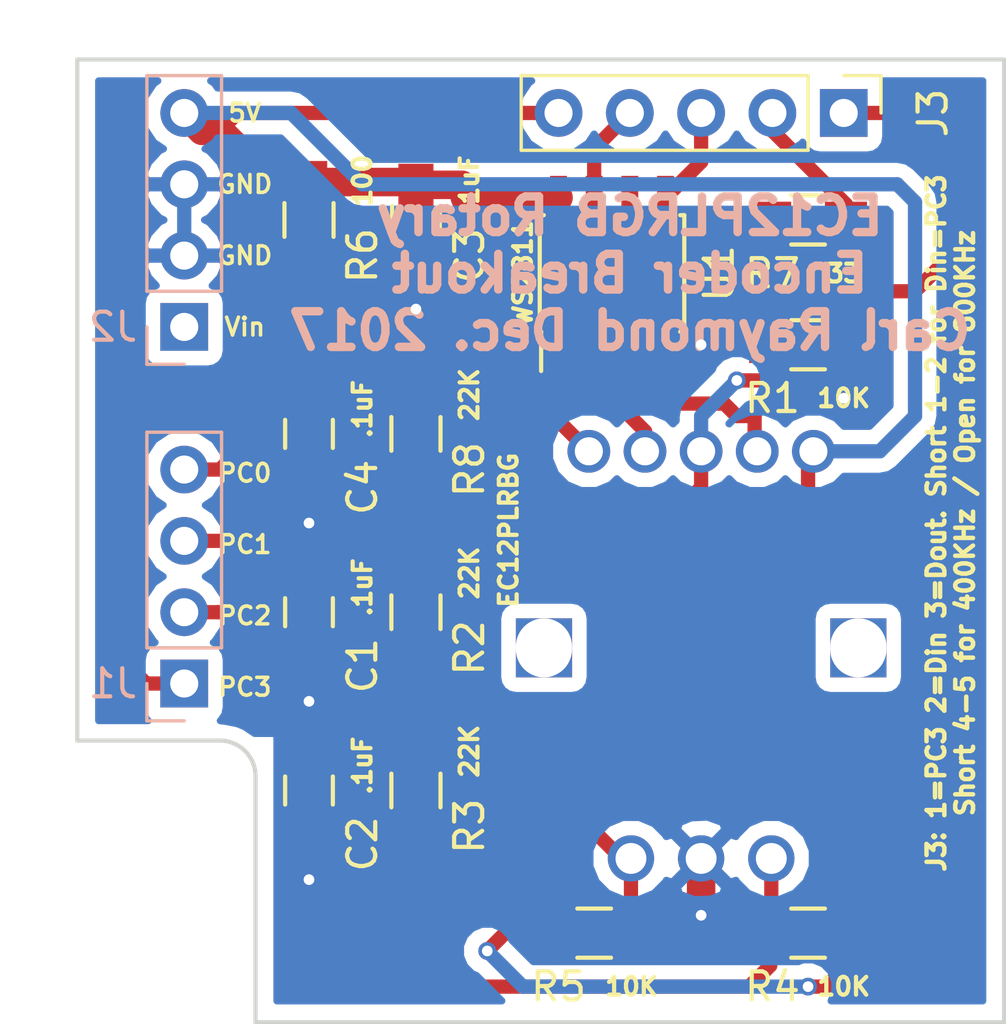
<source format=kicad_pcb>
(kicad_pcb (version 4) (host pcbnew 4.0.7)

  (general
    (links 35)
    (no_connects 0)
    (area 106.921 51.041 142.950001 87.705001)
    (thickness 1.6)
    (drawings 17)
    (tracks 134)
    (zones 0)
    (modules 17)
    (nets 19)
  )

  (page A4)
  (layers
    (0 F.Cu signal)
    (31 B.Cu signal)
    (32 B.Adhes user hide)
    (33 F.Adhes user hide)
    (34 B.Paste user)
    (35 F.Paste user)
    (36 B.SilkS user)
    (37 F.SilkS user)
    (38 B.Mask user)
    (39 F.Mask user)
    (40 Dwgs.User user)
    (41 Cmts.User user)
    (42 Eco1.User user)
    (43 Eco2.User user)
    (44 Edge.Cuts user)
    (45 Margin user)
    (46 B.CrtYd user)
    (47 F.CrtYd user)
    (48 B.Fab user)
    (49 F.Fab user)
  )

  (setup
    (last_trace_width 0.508)
    (user_trace_width 0.508)
    (user_trace_width 1.016)
    (trace_clearance 0.254)
    (zone_clearance 0.508)
    (zone_45_only yes)
    (trace_min 0.2)
    (segment_width 0.2)
    (edge_width 0.15)
    (via_size 0.635)
    (via_drill 0.381)
    (via_min_size 0.4)
    (via_min_drill 0.3)
    (uvia_size 0.3)
    (uvia_drill 0.1)
    (uvias_allowed no)
    (uvia_min_size 0.2)
    (uvia_min_drill 0.1)
    (pcb_text_width 0.3)
    (pcb_text_size 1.5 1.5)
    (mod_edge_width 0.15)
    (mod_text_size 1 1)
    (mod_text_width 0.15)
    (pad_size 1.7 1.7)
    (pad_drill 1)
    (pad_to_mask_clearance 0.2)
    (aux_axis_origin 103.505 79.375)
    (visible_elements FFFFEF7F)
    (pcbplotparams
      (layerselection 0x010f0_80000001)
      (usegerberextensions false)
      (excludeedgelayer true)
      (linewidth 0.100000)
      (plotframeref false)
      (viasonmask false)
      (mode 1)
      (useauxorigin false)
      (hpglpennumber 1)
      (hpglpenspeed 20)
      (hpglpendiameter 15)
      (hpglpenoverlay 2)
      (psnegative false)
      (psa4output false)
      (plotreference true)
      (plotvalue true)
      (plotinvisibletext false)
      (padsonsilk false)
      (subtractmaskfromsilk false)
      (outputformat 1)
      (mirror false)
      (drillshape 0)
      (scaleselection 1)
      (outputdirectory gerber/))
  )

  (net 0 "")
  (net 1 "Net-(C1-Pad1)")
  (net 2 GND)
  (net 3 "Net-(C2-Pad1)")
  (net 4 +5V)
  (net 5 "Net-(R2-Pad1)")
  (net 6 "Net-(R3-Pad1)")
  (net 7 "Net-(SW1-Pad2)")
  (net 8 "Net-(SW1-Pad1)")
  (net 9 "Net-(SW1-Pad4)")
  (net 10 "Net-(C3-Pad2)")
  (net 11 "Net-(C4-Pad1)")
  (net 12 "Net-(R1-Pad1)")
  (net 13 "Net-(R7-Pad1)")
  (net 14 "Net-(J3-Pad2)")
  (net 15 "Net-(J1-Pad1)")
  (net 16 "Net-(J2-Pad1)")
  (net 17 "Net-(J3-Pad4)")
  (net 18 "Net-(J3-Pad3)")

  (net_class Default "This is the default net class."
    (clearance 0.254)
    (trace_width 0.508)
    (via_dia 0.635)
    (via_drill 0.381)
    (uvia_dia 0.3)
    (uvia_drill 0.1)
    (add_net +5V)
    (add_net GND)
    (add_net "Net-(C1-Pad1)")
    (add_net "Net-(C2-Pad1)")
    (add_net "Net-(C3-Pad2)")
    (add_net "Net-(C4-Pad1)")
    (add_net "Net-(J1-Pad1)")
    (add_net "Net-(J2-Pad1)")
    (add_net "Net-(J3-Pad2)")
    (add_net "Net-(J3-Pad3)")
    (add_net "Net-(J3-Pad4)")
    (add_net "Net-(R1-Pad1)")
    (add_net "Net-(R2-Pad1)")
    (add_net "Net-(R3-Pad1)")
    (add_net "Net-(R7-Pad1)")
    (add_net "Net-(SW1-Pad1)")
    (add_net "Net-(SW1-Pad2)")
    (add_net "Net-(SW1-Pad4)")
  )

  (net_class Power ""
    (clearance 0.254)
    (trace_width 1.016)
    (via_dia 1.27)
    (via_drill 0.381)
    (uvia_dia 0.3)
    (uvia_drill 0.1)
  )

  (module lib_fp:EC12PLRGB_Rotary_Encoder (layer F.Cu) (tedit 5A46E4C3) (tstamp 5A221B47)
    (at 132.08 74.295)
    (path /5A2214F0)
    (fp_text reference SW1 (at 8.495 0 90) (layer F.SilkS) hide
      (effects (font (size 1 1) (thickness 0.15)))
    )
    (fp_text value EC12PLRBG (at -6.858 -4.191 90) (layer F.SilkS)
      (effects (font (size 0.635 0.635) (thickness 0.15)))
    )
    (fp_line (start -6.223 6.604) (end 6.223 6.604) (layer F.CrtYd) (width 0.15))
    (fp_line (start -6.223 -6.604) (end -6.223 6.604) (layer F.CrtYd) (width 0.15))
    (fp_line (start 6.223 -6.604) (end -6.223 -6.604) (layer F.CrtYd) (width 0.15))
    (fp_line (start 6.223 -6.604) (end 6.223 6.604) (layer F.CrtYd) (width 0.15))
    (fp_line (start 6.223 6.604) (end 6.223 -6.604) (layer F.CrtYd) (width 0.15))
    (pad 3 thru_hole circle (at 0 -7) (size 1.524 1.524) (drill 1) (layers *.Cu *.Mask)
      (net 12 "Net-(R1-Pad1)"))
    (pad 2 thru_hole circle (at -2 -7) (size 1.524 1.524) (drill 1) (layers *.Cu *.Mask)
      (net 7 "Net-(SW1-Pad2)"))
    (pad 1 thru_hole circle (at -4 -7) (size 1.524 1.524) (drill 1) (layers *.Cu *.Mask)
      (net 8 "Net-(SW1-Pad1)"))
    (pad 4 thru_hole circle (at 2 -7) (size 1.524 1.524) (drill 1) (layers *.Cu *.Mask)
      (net 9 "Net-(SW1-Pad4)"))
    (pad 5 thru_hole circle (at 4 -7) (size 1.524 1.524) (drill 1) (layers *.Cu *.Mask)
      (net 4 +5V))
    (pad C thru_hole circle (at 0 7.5) (size 1.65 1.65) (drill 1.1) (layers *.Cu *.Mask)
      (net 2 GND))
    (pad A thru_hole circle (at -2.5 7.5) (size 1.65 1.65) (drill 1.1) (layers *.Cu *.Mask)
      (net 5 "Net-(R2-Pad1)"))
    (pad B thru_hole circle (at 2.5 7.5) (size 1.65 1.65) (drill 1.1) (layers *.Cu *.Mask)
      (net 6 "Net-(R3-Pad1)"))
    (pad "" np_thru_hole rect (at -5.6 0) (size 2 2.1) (drill oval 2 2.1) (layers *.Cu *.Mask))
    (pad "" np_thru_hole rect (at 5.6 0) (size 2 2.1) (drill oval 2 2.1) (layers *.Cu *.Mask))
  )

  (module lib_fp:C_0805_HandSoldering (layer F.Cu) (tedit 5A28DE31) (tstamp 5A2DF03E)
    (at 118.11 73.025 270)
    (descr "Capacitor SMD 0805, hand soldering")
    (tags "capacitor 0805")
    (path /5A221690)
    (attr smd)
    (fp_text reference C1 (at 1.905 -1.905 270) (layer F.SilkS)
      (effects (font (size 1 1) (thickness 0.15)))
    )
    (fp_text value .1uF (at -0.889 -1.905 270) (layer F.SilkS)
      (effects (font (size 0.635 0.635) (thickness 0.15)))
    )
    (fp_line (start -1 0.625) (end -1 -0.625) (layer F.Fab) (width 0.15))
    (fp_line (start 1 0.625) (end -1 0.625) (layer F.Fab) (width 0.15))
    (fp_line (start 1 -0.625) (end 1 0.625) (layer F.Fab) (width 0.15))
    (fp_line (start -1 -0.625) (end 1 -0.625) (layer F.Fab) (width 0.15))
    (fp_line (start -2.3 -1) (end 2.3 -1) (layer F.CrtYd) (width 0.05))
    (fp_line (start -2.3 1) (end 2.3 1) (layer F.CrtYd) (width 0.05))
    (fp_line (start -2.3 -1) (end -2.3 1) (layer F.CrtYd) (width 0.05))
    (fp_line (start 2.3 -1) (end 2.3 1) (layer F.CrtYd) (width 0.05))
    (fp_line (start 0.5 -0.85) (end -0.5 -0.85) (layer F.SilkS) (width 0.15))
    (fp_line (start -0.5 0.85) (end 0.5 0.85) (layer F.SilkS) (width 0.15))
    (pad 1 smd rect (at -1.25 0 270) (size 1.5 1.25) (layers F.Cu F.Paste F.Mask)
      (net 1 "Net-(C1-Pad1)"))
    (pad 2 smd rect (at 1.25 0 270) (size 1.5 1.25) (layers F.Cu F.Paste F.Mask)
      (net 2 GND))
    (model Capacitors_SMD.3dshapes/C_0805.wrl
      (at (xyz 0 0 0))
      (scale (xyz 1 1 1))
      (rotate (xyz 0 0 0))
    )
  )

  (module lib_fp:C_0805_HandSoldering (layer F.Cu) (tedit 5A28DE31) (tstamp 5A2DF04D)
    (at 118.11 79.375 270)
    (descr "Capacitor SMD 0805, hand soldering")
    (tags "capacitor 0805")
    (path /5A2216CB)
    (attr smd)
    (fp_text reference C2 (at 1.905 -1.905 270) (layer F.SilkS)
      (effects (font (size 1 1) (thickness 0.15)))
    )
    (fp_text value .1uF (at -0.889 -1.905 270) (layer F.SilkS)
      (effects (font (size 0.635 0.635) (thickness 0.15)))
    )
    (fp_line (start -1 0.625) (end -1 -0.625) (layer F.Fab) (width 0.15))
    (fp_line (start 1 0.625) (end -1 0.625) (layer F.Fab) (width 0.15))
    (fp_line (start 1 -0.625) (end 1 0.625) (layer F.Fab) (width 0.15))
    (fp_line (start -1 -0.625) (end 1 -0.625) (layer F.Fab) (width 0.15))
    (fp_line (start -2.3 -1) (end 2.3 -1) (layer F.CrtYd) (width 0.05))
    (fp_line (start -2.3 1) (end 2.3 1) (layer F.CrtYd) (width 0.05))
    (fp_line (start -2.3 -1) (end -2.3 1) (layer F.CrtYd) (width 0.05))
    (fp_line (start 2.3 -1) (end 2.3 1) (layer F.CrtYd) (width 0.05))
    (fp_line (start 0.5 -0.85) (end -0.5 -0.85) (layer F.SilkS) (width 0.15))
    (fp_line (start -0.5 0.85) (end 0.5 0.85) (layer F.SilkS) (width 0.15))
    (pad 1 smd rect (at -1.25 0 270) (size 1.5 1.25) (layers F.Cu F.Paste F.Mask)
      (net 3 "Net-(C2-Pad1)"))
    (pad 2 smd rect (at 1.25 0 270) (size 1.5 1.25) (layers F.Cu F.Paste F.Mask)
      (net 2 GND))
    (model Capacitors_SMD.3dshapes/C_0805.wrl
      (at (xyz 0 0 0))
      (scale (xyz 1 1 1))
      (rotate (xyz 0 0 0))
    )
  )

  (module lib_fp:C_0805_HandSoldering (layer F.Cu) (tedit 5A28DE31) (tstamp 5A2DF05C)
    (at 121.92 59.055 90)
    (descr "Capacitor SMD 0805, hand soldering")
    (tags "capacitor 0805")
    (path /5A22280E)
    (attr smd)
    (fp_text reference C3 (at -1.27 1.905 90) (layer F.SilkS)
      (effects (font (size 1 1) (thickness 0.15)))
    )
    (fp_text value .1uF (at 1.27 1.905 90) (layer F.SilkS)
      (effects (font (size 0.635 0.635) (thickness 0.15)))
    )
    (fp_line (start -1 0.625) (end -1 -0.625) (layer F.Fab) (width 0.15))
    (fp_line (start 1 0.625) (end -1 0.625) (layer F.Fab) (width 0.15))
    (fp_line (start 1 -0.625) (end 1 0.625) (layer F.Fab) (width 0.15))
    (fp_line (start -1 -0.625) (end 1 -0.625) (layer F.Fab) (width 0.15))
    (fp_line (start -2.3 -1) (end 2.3 -1) (layer F.CrtYd) (width 0.05))
    (fp_line (start -2.3 1) (end 2.3 1) (layer F.CrtYd) (width 0.05))
    (fp_line (start -2.3 -1) (end -2.3 1) (layer F.CrtYd) (width 0.05))
    (fp_line (start 2.3 -1) (end 2.3 1) (layer F.CrtYd) (width 0.05))
    (fp_line (start 0.5 -0.85) (end -0.5 -0.85) (layer F.SilkS) (width 0.15))
    (fp_line (start -0.5 0.85) (end 0.5 0.85) (layer F.SilkS) (width 0.15))
    (pad 1 smd rect (at -1.25 0 90) (size 1.5 1.25) (layers F.Cu F.Paste F.Mask)
      (net 2 GND))
    (pad 2 smd rect (at 1.25 0 90) (size 1.5 1.25) (layers F.Cu F.Paste F.Mask)
      (net 10 "Net-(C3-Pad2)"))
    (model Capacitors_SMD.3dshapes/C_0805.wrl
      (at (xyz 0 0 0))
      (scale (xyz 1 1 1))
      (rotate (xyz 0 0 0))
    )
  )

  (module lib_fp:C_0805_HandSoldering (layer F.Cu) (tedit 5A28DE31) (tstamp 5A2DF06B)
    (at 118.11 66.675 270)
    (descr "Capacitor SMD 0805, hand soldering")
    (tags "capacitor 0805")
    (path /5A233F5E)
    (attr smd)
    (fp_text reference C4 (at 1.905 -1.905 270) (layer F.SilkS)
      (effects (font (size 1 1) (thickness 0.15)))
    )
    (fp_text value .1uF (at -0.889 -1.905 270) (layer F.SilkS)
      (effects (font (size 0.635 0.635) (thickness 0.15)))
    )
    (fp_line (start -1 0.625) (end -1 -0.625) (layer F.Fab) (width 0.15))
    (fp_line (start 1 0.625) (end -1 0.625) (layer F.Fab) (width 0.15))
    (fp_line (start 1 -0.625) (end 1 0.625) (layer F.Fab) (width 0.15))
    (fp_line (start -1 -0.625) (end 1 -0.625) (layer F.Fab) (width 0.15))
    (fp_line (start -2.3 -1) (end 2.3 -1) (layer F.CrtYd) (width 0.05))
    (fp_line (start -2.3 1) (end 2.3 1) (layer F.CrtYd) (width 0.05))
    (fp_line (start -2.3 -1) (end -2.3 1) (layer F.CrtYd) (width 0.05))
    (fp_line (start 2.3 -1) (end 2.3 1) (layer F.CrtYd) (width 0.05))
    (fp_line (start 0.5 -0.85) (end -0.5 -0.85) (layer F.SilkS) (width 0.15))
    (fp_line (start -0.5 0.85) (end 0.5 0.85) (layer F.SilkS) (width 0.15))
    (pad 1 smd rect (at -1.25 0 270) (size 1.5 1.25) (layers F.Cu F.Paste F.Mask)
      (net 11 "Net-(C4-Pad1)"))
    (pad 2 smd rect (at 1.25 0 270) (size 1.5 1.25) (layers F.Cu F.Paste F.Mask)
      (net 2 GND))
    (model Capacitors_SMD.3dshapes/C_0805.wrl
      (at (xyz 0 0 0))
      (scale (xyz 1 1 1))
      (rotate (xyz 0 0 0))
    )
  )

  (module lib_fp:Pin_Header_Straight_1x04_Pitch2.54mm (layer B.Cu) (tedit 59650532) (tstamp 5A2DF07A)
    (at 113.665 75.565)
    (descr "Through hole straight pin header, 1x04, 2.54mm pitch, single row")
    (tags "Through hole pin header THT 1x04 2.54mm single row")
    (path /5A222349)
    (fp_text reference J1 (at -2.54 0) (layer B.SilkS)
      (effects (font (size 1 1) (thickness 0.15)) (justify mirror))
    )
    (fp_text value Conn_01x04_Male (at -5.715 -2.54 270) (layer B.Fab)
      (effects (font (size 1 1) (thickness 0.15)) (justify mirror))
    )
    (fp_line (start -0.635 1.27) (end 1.27 1.27) (layer B.Fab) (width 0.1))
    (fp_line (start 1.27 1.27) (end 1.27 -8.89) (layer B.Fab) (width 0.1))
    (fp_line (start 1.27 -8.89) (end -1.27 -8.89) (layer B.Fab) (width 0.1))
    (fp_line (start -1.27 -8.89) (end -1.27 0.635) (layer B.Fab) (width 0.1))
    (fp_line (start -1.27 0.635) (end -0.635 1.27) (layer B.Fab) (width 0.1))
    (fp_line (start -1.33 -8.95) (end 1.33 -8.95) (layer B.SilkS) (width 0.12))
    (fp_line (start -1.33 -1.27) (end -1.33 -8.95) (layer B.SilkS) (width 0.12))
    (fp_line (start 1.33 -1.27) (end 1.33 -8.95) (layer B.SilkS) (width 0.12))
    (fp_line (start -1.33 -1.27) (end 1.33 -1.27) (layer B.SilkS) (width 0.12))
    (fp_line (start -1.33 0) (end -1.33 1.33) (layer B.SilkS) (width 0.12))
    (fp_line (start -1.33 1.33) (end 0 1.33) (layer B.SilkS) (width 0.12))
    (fp_line (start -1.8 1.8) (end -1.8 -9.4) (layer B.CrtYd) (width 0.05))
    (fp_line (start -1.8 -9.4) (end 1.8 -9.4) (layer B.CrtYd) (width 0.05))
    (fp_line (start 1.8 -9.4) (end 1.8 1.8) (layer B.CrtYd) (width 0.05))
    (fp_line (start 1.8 1.8) (end -1.8 1.8) (layer B.CrtYd) (width 0.05))
    (fp_text user %R (at -1.905 1.27 90) (layer F.Fab)
      (effects (font (size 1 1) (thickness 0.15)))
    )
    (pad 1 thru_hole rect (at 0 0) (size 1.7 1.7) (drill 1) (layers *.Cu *.Mask)
      (net 15 "Net-(J1-Pad1)"))
    (pad 2 thru_hole oval (at 0 -2.54) (size 1.7 1.7) (drill 1) (layers *.Cu *.Mask)
      (net 3 "Net-(C2-Pad1)"))
    (pad 3 thru_hole oval (at 0 -5.08) (size 1.7 1.7) (drill 1) (layers *.Cu *.Mask)
      (net 1 "Net-(C1-Pad1)"))
    (pad 4 thru_hole oval (at 0 -7.62) (size 1.7 1.7) (drill 1) (layers *.Cu *.Mask)
      (net 11 "Net-(C4-Pad1)"))
    (model ${KISYS3DMOD}/Pin_Headers.3dshapes/Pin_Header_Straight_1x04_Pitch2.54mm.wrl
      (at (xyz 0 0 0))
      (scale (xyz 1 1 1))
      (rotate (xyz 0 0 0))
    )
  )

  (module lib_fp:Pin_Header_Straight_1x04_Pitch2.54mm (layer B.Cu) (tedit 59650532) (tstamp 5A2DF091)
    (at 113.665 62.865)
    (descr "Through hole straight pin header, 1x04, 2.54mm pitch, single row")
    (tags "Through hole pin header THT 1x04 2.54mm single row")
    (path /5A22155E)
    (fp_text reference J2 (at -2.54 0) (layer B.SilkS)
      (effects (font (size 1 1) (thickness 0.15)) (justify mirror))
    )
    (fp_text value Conn_01x04_Male (at -5.715 -2.54 270) (layer B.Fab)
      (effects (font (size 1 1) (thickness 0.15)) (justify mirror))
    )
    (fp_line (start -0.635 1.27) (end 1.27 1.27) (layer B.Fab) (width 0.1))
    (fp_line (start 1.27 1.27) (end 1.27 -8.89) (layer B.Fab) (width 0.1))
    (fp_line (start 1.27 -8.89) (end -1.27 -8.89) (layer B.Fab) (width 0.1))
    (fp_line (start -1.27 -8.89) (end -1.27 0.635) (layer B.Fab) (width 0.1))
    (fp_line (start -1.27 0.635) (end -0.635 1.27) (layer B.Fab) (width 0.1))
    (fp_line (start -1.33 -8.95) (end 1.33 -8.95) (layer B.SilkS) (width 0.12))
    (fp_line (start -1.33 -1.27) (end -1.33 -8.95) (layer B.SilkS) (width 0.12))
    (fp_line (start 1.33 -1.27) (end 1.33 -8.95) (layer B.SilkS) (width 0.12))
    (fp_line (start -1.33 -1.27) (end 1.33 -1.27) (layer B.SilkS) (width 0.12))
    (fp_line (start -1.33 0) (end -1.33 1.33) (layer B.SilkS) (width 0.12))
    (fp_line (start -1.33 1.33) (end 0 1.33) (layer B.SilkS) (width 0.12))
    (fp_line (start -1.8 1.8) (end -1.8 -9.4) (layer B.CrtYd) (width 0.05))
    (fp_line (start -1.8 -9.4) (end 1.8 -9.4) (layer B.CrtYd) (width 0.05))
    (fp_line (start 1.8 -9.4) (end 1.8 1.8) (layer B.CrtYd) (width 0.05))
    (fp_line (start 1.8 1.8) (end -1.8 1.8) (layer B.CrtYd) (width 0.05))
    (fp_text user %R (at -1.905 1.27 90) (layer F.Fab)
      (effects (font (size 1 1) (thickness 0.15)))
    )
    (pad 1 thru_hole rect (at 0 0) (size 1.7 1.7) (drill 1) (layers *.Cu *.Mask)
      (net 16 "Net-(J2-Pad1)"))
    (pad 2 thru_hole oval (at 0 -2.54) (size 1.7 1.7) (drill 1) (layers *.Cu *.Mask)
      (net 2 GND))
    (pad 3 thru_hole oval (at 0 -5.08) (size 1.7 1.7) (drill 1) (layers *.Cu *.Mask)
      (net 2 GND))
    (pad 4 thru_hole oval (at 0 -7.62) (size 1.7 1.7) (drill 1) (layers *.Cu *.Mask)
      (net 4 +5V))
    (model ${KISYS3DMOD}/Pin_Headers.3dshapes/Pin_Header_Straight_1x04_Pitch2.54mm.wrl
      (at (xyz 0 0 0))
      (scale (xyz 1 1 1))
      (rotate (xyz 0 0 0))
    )
  )

  (module lib_fp:Pin_Header_Straight_1x05_Pitch2.54mm (layer F.Cu) (tedit 59650532) (tstamp 5A2DF0A8)
    (at 137.16 55.245 270)
    (descr "Through hole straight pin header, 1x05, 2.54mm pitch, single row")
    (tags "Through hole pin header THT 1x05 2.54mm single row")
    (path /5A28BDF7)
    (fp_text reference J3 (at 0 -3.175 450) (layer F.SilkS)
      (effects (font (size 1 1) (thickness 0.15)))
    )
    (fp_text value Conn_01x05_Male (at -3.175 4.445 360) (layer F.Fab)
      (effects (font (size 1 1) (thickness 0.15)))
    )
    (fp_line (start -0.635 -1.27) (end 1.27 -1.27) (layer F.Fab) (width 0.1))
    (fp_line (start 1.27 -1.27) (end 1.27 11.43) (layer F.Fab) (width 0.1))
    (fp_line (start 1.27 11.43) (end -1.27 11.43) (layer F.Fab) (width 0.1))
    (fp_line (start -1.27 11.43) (end -1.27 -0.635) (layer F.Fab) (width 0.1))
    (fp_line (start -1.27 -0.635) (end -0.635 -1.27) (layer F.Fab) (width 0.1))
    (fp_line (start -1.33 11.49) (end 1.33 11.49) (layer F.SilkS) (width 0.12))
    (fp_line (start -1.33 1.27) (end -1.33 11.49) (layer F.SilkS) (width 0.12))
    (fp_line (start 1.33 1.27) (end 1.33 11.49) (layer F.SilkS) (width 0.12))
    (fp_line (start -1.33 1.27) (end 1.33 1.27) (layer F.SilkS) (width 0.12))
    (fp_line (start -1.33 0) (end -1.33 -1.33) (layer F.SilkS) (width 0.12))
    (fp_line (start -1.33 -1.33) (end 0 -1.33) (layer F.SilkS) (width 0.12))
    (fp_line (start -1.8 -1.8) (end -1.8 11.95) (layer F.CrtYd) (width 0.05))
    (fp_line (start -1.8 11.95) (end 1.8 11.95) (layer F.CrtYd) (width 0.05))
    (fp_line (start 1.8 11.95) (end 1.8 -1.8) (layer F.CrtYd) (width 0.05))
    (fp_line (start 1.8 -1.8) (end -1.8 -1.8) (layer F.CrtYd) (width 0.05))
    (fp_text user %R (at 0 5.08 360) (layer F.Fab)
      (effects (font (size 1 1) (thickness 0.15)))
    )
    (pad 1 thru_hole rect (at 0 0 270) (size 1.7 1.7) (drill 1) (layers *.Cu *.Mask)
      (net 15 "Net-(J1-Pad1)"))
    (pad 2 thru_hole oval (at 0 2.54 270) (size 1.7 1.7) (drill 1) (layers *.Cu *.Mask)
      (net 14 "Net-(J3-Pad2)"))
    (pad 3 thru_hole oval (at 0 5.08 270) (size 1.7 1.7) (drill 1) (layers *.Cu *.Mask)
      (net 18 "Net-(J3-Pad3)"))
    (pad 4 thru_hole oval (at 0 7.62 270) (size 1.7 1.7) (drill 1) (layers *.Cu *.Mask)
      (net 17 "Net-(J3-Pad4)"))
    (pad 5 thru_hole oval (at 0 10.16 270) (size 1.7 1.7) (drill 1) (layers *.Cu *.Mask)
      (net 4 +5V))
    (model ${KISYS3DMOD}/Pin_Headers.3dshapes/Pin_Header_Straight_1x05_Pitch2.54mm.wrl
      (at (xyz 0 0 0))
      (scale (xyz 1 1 1))
      (rotate (xyz 0 0 0))
    )
  )

  (module lib_fp:R_0805_HandSoldering (layer F.Cu) (tedit 5A28DF52) (tstamp 5A2DF0C0)
    (at 135.89 63.5)
    (descr "Resistor SMD 0805, hand soldering")
    (tags "resistor 0805")
    (path /5A22251D)
    (attr smd)
    (fp_text reference R1 (at -1.27 1.905 180) (layer F.SilkS)
      (effects (font (size 1 1) (thickness 0.15)))
    )
    (fp_text value 10K (at 1.27 1.905) (layer F.SilkS)
      (effects (font (size 0.635 0.635) (thickness 0.15)))
    )
    (fp_line (start -1 0.625) (end -1 -0.625) (layer F.Fab) (width 0.1))
    (fp_line (start 1 0.625) (end -1 0.625) (layer F.Fab) (width 0.1))
    (fp_line (start 1 -0.625) (end 1 0.625) (layer F.Fab) (width 0.1))
    (fp_line (start -1 -0.625) (end 1 -0.625) (layer F.Fab) (width 0.1))
    (fp_line (start -2.4 -1) (end 2.4 -1) (layer F.CrtYd) (width 0.05))
    (fp_line (start -2.4 1) (end 2.4 1) (layer F.CrtYd) (width 0.05))
    (fp_line (start -2.4 -1) (end -2.4 1) (layer F.CrtYd) (width 0.05))
    (fp_line (start 2.4 -1) (end 2.4 1) (layer F.CrtYd) (width 0.05))
    (fp_line (start 0.6 0.875) (end -0.6 0.875) (layer F.SilkS) (width 0.15))
    (fp_line (start -0.6 -0.875) (end 0.6 -0.875) (layer F.SilkS) (width 0.15))
    (pad 1 smd rect (at -1.35 0) (size 1.5 1.3) (layers F.Cu F.Paste F.Mask)
      (net 12 "Net-(R1-Pad1)"))
    (pad 2 smd rect (at 1.35 0) (size 1.5 1.3) (layers F.Cu F.Paste F.Mask)
      (net 2 GND))
    (model Resistors_SMD.3dshapes/R_0805.wrl
      (at (xyz 0 0 0))
      (scale (xyz 1 1 1))
      (rotate (xyz 0 0 0))
    )
  )

  (module lib_fp:R_0805_HandSoldering (layer F.Cu) (tedit 5A28DF52) (tstamp 5A2DF0CF)
    (at 121.92 73.025 90)
    (descr "Resistor SMD 0805, hand soldering")
    (tags "resistor 0805")
    (path /5A221649)
    (attr smd)
    (fp_text reference R2 (at -1.27 1.905 270) (layer F.SilkS)
      (effects (font (size 1 1) (thickness 0.15)))
    )
    (fp_text value 22K (at 1.397 1.905 90) (layer F.SilkS)
      (effects (font (size 0.635 0.635) (thickness 0.15)))
    )
    (fp_line (start -1 0.625) (end -1 -0.625) (layer F.Fab) (width 0.1))
    (fp_line (start 1 0.625) (end -1 0.625) (layer F.Fab) (width 0.1))
    (fp_line (start 1 -0.625) (end 1 0.625) (layer F.Fab) (width 0.1))
    (fp_line (start -1 -0.625) (end 1 -0.625) (layer F.Fab) (width 0.1))
    (fp_line (start -2.4 -1) (end 2.4 -1) (layer F.CrtYd) (width 0.05))
    (fp_line (start -2.4 1) (end 2.4 1) (layer F.CrtYd) (width 0.05))
    (fp_line (start -2.4 -1) (end -2.4 1) (layer F.CrtYd) (width 0.05))
    (fp_line (start 2.4 -1) (end 2.4 1) (layer F.CrtYd) (width 0.05))
    (fp_line (start 0.6 0.875) (end -0.6 0.875) (layer F.SilkS) (width 0.15))
    (fp_line (start -0.6 -0.875) (end 0.6 -0.875) (layer F.SilkS) (width 0.15))
    (pad 1 smd rect (at -1.35 0 90) (size 1.5 1.3) (layers F.Cu F.Paste F.Mask)
      (net 5 "Net-(R2-Pad1)"))
    (pad 2 smd rect (at 1.35 0 90) (size 1.5 1.3) (layers F.Cu F.Paste F.Mask)
      (net 1 "Net-(C1-Pad1)"))
    (model Resistors_SMD.3dshapes/R_0805.wrl
      (at (xyz 0 0 0))
      (scale (xyz 1 1 1))
      (rotate (xyz 0 0 0))
    )
  )

  (module lib_fp:R_0805_HandSoldering (layer F.Cu) (tedit 5A28DF52) (tstamp 5A2DF0DE)
    (at 121.92 79.375 90)
    (descr "Resistor SMD 0805, hand soldering")
    (tags "resistor 0805")
    (path /5A22170A)
    (attr smd)
    (fp_text reference R3 (at -1.27 1.905 270) (layer F.SilkS)
      (effects (font (size 1 1) (thickness 0.15)))
    )
    (fp_text value 22K (at 1.397 1.905 90) (layer F.SilkS)
      (effects (font (size 0.635 0.635) (thickness 0.15)))
    )
    (fp_line (start -1 0.625) (end -1 -0.625) (layer F.Fab) (width 0.1))
    (fp_line (start 1 0.625) (end -1 0.625) (layer F.Fab) (width 0.1))
    (fp_line (start 1 -0.625) (end 1 0.625) (layer F.Fab) (width 0.1))
    (fp_line (start -1 -0.625) (end 1 -0.625) (layer F.Fab) (width 0.1))
    (fp_line (start -2.4 -1) (end 2.4 -1) (layer F.CrtYd) (width 0.05))
    (fp_line (start -2.4 1) (end 2.4 1) (layer F.CrtYd) (width 0.05))
    (fp_line (start -2.4 -1) (end -2.4 1) (layer F.CrtYd) (width 0.05))
    (fp_line (start 2.4 -1) (end 2.4 1) (layer F.CrtYd) (width 0.05))
    (fp_line (start 0.6 0.875) (end -0.6 0.875) (layer F.SilkS) (width 0.15))
    (fp_line (start -0.6 -0.875) (end 0.6 -0.875) (layer F.SilkS) (width 0.15))
    (pad 1 smd rect (at -1.35 0 90) (size 1.5 1.3) (layers F.Cu F.Paste F.Mask)
      (net 6 "Net-(R3-Pad1)"))
    (pad 2 smd rect (at 1.35 0 90) (size 1.5 1.3) (layers F.Cu F.Paste F.Mask)
      (net 3 "Net-(C2-Pad1)"))
    (model Resistors_SMD.3dshapes/R_0805.wrl
      (at (xyz 0 0 0))
      (scale (xyz 1 1 1))
      (rotate (xyz 0 0 0))
    )
  )

  (module lib_fp:R_0805_HandSoldering (layer F.Cu) (tedit 5A28DF52) (tstamp 5A2DF0ED)
    (at 135.89 84.455 180)
    (descr "Resistor SMD 0805, hand soldering")
    (tags "resistor 0805")
    (path /5A221747)
    (attr smd)
    (fp_text reference R4 (at 1.27 -1.905 360) (layer F.SilkS)
      (effects (font (size 1 1) (thickness 0.15)))
    )
    (fp_text value 10K (at -1.27 -1.905 180) (layer F.SilkS)
      (effects (font (size 0.635 0.635) (thickness 0.15)))
    )
    (fp_line (start -1 0.625) (end -1 -0.625) (layer F.Fab) (width 0.1))
    (fp_line (start 1 0.625) (end -1 0.625) (layer F.Fab) (width 0.1))
    (fp_line (start 1 -0.625) (end 1 0.625) (layer F.Fab) (width 0.1))
    (fp_line (start -1 -0.625) (end 1 -0.625) (layer F.Fab) (width 0.1))
    (fp_line (start -2.4 -1) (end 2.4 -1) (layer F.CrtYd) (width 0.05))
    (fp_line (start -2.4 1) (end 2.4 1) (layer F.CrtYd) (width 0.05))
    (fp_line (start -2.4 -1) (end -2.4 1) (layer F.CrtYd) (width 0.05))
    (fp_line (start 2.4 -1) (end 2.4 1) (layer F.CrtYd) (width 0.05))
    (fp_line (start 0.6 0.875) (end -0.6 0.875) (layer F.SilkS) (width 0.15))
    (fp_line (start -0.6 -0.875) (end 0.6 -0.875) (layer F.SilkS) (width 0.15))
    (pad 1 smd rect (at -1.35 0 180) (size 1.5 1.3) (layers F.Cu F.Paste F.Mask)
      (net 4 +5V))
    (pad 2 smd rect (at 1.35 0 180) (size 1.5 1.3) (layers F.Cu F.Paste F.Mask)
      (net 6 "Net-(R3-Pad1)"))
    (model Resistors_SMD.3dshapes/R_0805.wrl
      (at (xyz 0 0 0))
      (scale (xyz 1 1 1))
      (rotate (xyz 0 0 0))
    )
  )

  (module lib_fp:R_0805_HandSoldering (layer F.Cu) (tedit 5A28DF52) (tstamp 5A2DF0FC)
    (at 128.27 84.455)
    (descr "Resistor SMD 0805, hand soldering")
    (tags "resistor 0805")
    (path /5A22160F)
    (attr smd)
    (fp_text reference R5 (at -1.27 1.905 180) (layer F.SilkS)
      (effects (font (size 1 1) (thickness 0.15)))
    )
    (fp_text value 10K (at 1.33 1.905) (layer F.SilkS)
      (effects (font (size 0.635 0.635) (thickness 0.15)))
    )
    (fp_line (start -1 0.625) (end -1 -0.625) (layer F.Fab) (width 0.1))
    (fp_line (start 1 0.625) (end -1 0.625) (layer F.Fab) (width 0.1))
    (fp_line (start 1 -0.625) (end 1 0.625) (layer F.Fab) (width 0.1))
    (fp_line (start -1 -0.625) (end 1 -0.625) (layer F.Fab) (width 0.1))
    (fp_line (start -2.4 -1) (end 2.4 -1) (layer F.CrtYd) (width 0.05))
    (fp_line (start -2.4 1) (end 2.4 1) (layer F.CrtYd) (width 0.05))
    (fp_line (start -2.4 -1) (end -2.4 1) (layer F.CrtYd) (width 0.05))
    (fp_line (start 2.4 -1) (end 2.4 1) (layer F.CrtYd) (width 0.05))
    (fp_line (start 0.6 0.875) (end -0.6 0.875) (layer F.SilkS) (width 0.15))
    (fp_line (start -0.6 -0.875) (end 0.6 -0.875) (layer F.SilkS) (width 0.15))
    (pad 1 smd rect (at -1.35 0) (size 1.5 1.3) (layers F.Cu F.Paste F.Mask)
      (net 4 +5V))
    (pad 2 smd rect (at 1.35 0) (size 1.5 1.3) (layers F.Cu F.Paste F.Mask)
      (net 5 "Net-(R2-Pad1)"))
    (model Resistors_SMD.3dshapes/R_0805.wrl
      (at (xyz 0 0 0))
      (scale (xyz 1 1 1))
      (rotate (xyz 0 0 0))
    )
  )

  (module lib_fp:R_0805_HandSoldering (layer F.Cu) (tedit 5A28DF52) (tstamp 5A2DF10B)
    (at 118.11 59.055 90)
    (descr "Resistor SMD 0805, hand soldering")
    (tags "resistor 0805")
    (path /5A22270B)
    (attr smd)
    (fp_text reference R6 (at -1.27 1.905 270) (layer F.SilkS)
      (effects (font (size 1 1) (thickness 0.15)))
    )
    (fp_text value 100 (at 1.397 1.905 90) (layer F.SilkS)
      (effects (font (size 0.635 0.635) (thickness 0.15)))
    )
    (fp_line (start -1 0.625) (end -1 -0.625) (layer F.Fab) (width 0.1))
    (fp_line (start 1 0.625) (end -1 0.625) (layer F.Fab) (width 0.1))
    (fp_line (start 1 -0.625) (end 1 0.625) (layer F.Fab) (width 0.1))
    (fp_line (start -1 -0.625) (end 1 -0.625) (layer F.Fab) (width 0.1))
    (fp_line (start -2.4 -1) (end 2.4 -1) (layer F.CrtYd) (width 0.05))
    (fp_line (start -2.4 1) (end 2.4 1) (layer F.CrtYd) (width 0.05))
    (fp_line (start -2.4 -1) (end -2.4 1) (layer F.CrtYd) (width 0.05))
    (fp_line (start 2.4 -1) (end 2.4 1) (layer F.CrtYd) (width 0.05))
    (fp_line (start 0.6 0.875) (end -0.6 0.875) (layer F.SilkS) (width 0.15))
    (fp_line (start -0.6 -0.875) (end 0.6 -0.875) (layer F.SilkS) (width 0.15))
    (pad 1 smd rect (at -1.35 0 90) (size 1.5 1.3) (layers F.Cu F.Paste F.Mask)
      (net 4 +5V))
    (pad 2 smd rect (at 1.35 0 90) (size 1.5 1.3) (layers F.Cu F.Paste F.Mask)
      (net 10 "Net-(C3-Pad2)"))
    (model Resistors_SMD.3dshapes/R_0805.wrl
      (at (xyz 0 0 0))
      (scale (xyz 1 1 1))
      (rotate (xyz 0 0 0))
    )
  )

  (module lib_fp:R_0805_HandSoldering (layer F.Cu) (tedit 5A28DF52) (tstamp 5A2DF11A)
    (at 135.89 59.055)
    (descr "Resistor SMD 0805, hand soldering")
    (tags "resistor 0805")
    (path /5A222BBB)
    (attr smd)
    (fp_text reference R7 (at -1.27 1.905 180) (layer F.SilkS)
      (effects (font (size 1 1) (thickness 0.15)))
    )
    (fp_text value 33 (at 1.27 1.905) (layer F.SilkS)
      (effects (font (size 0.635 0.635) (thickness 0.15)))
    )
    (fp_line (start -1 0.625) (end -1 -0.625) (layer F.Fab) (width 0.1))
    (fp_line (start 1 0.625) (end -1 0.625) (layer F.Fab) (width 0.1))
    (fp_line (start 1 -0.625) (end 1 0.625) (layer F.Fab) (width 0.1))
    (fp_line (start -1 -0.625) (end 1 -0.625) (layer F.Fab) (width 0.1))
    (fp_line (start -2.4 -1) (end 2.4 -1) (layer F.CrtYd) (width 0.05))
    (fp_line (start -2.4 1) (end 2.4 1) (layer F.CrtYd) (width 0.05))
    (fp_line (start -2.4 -1) (end -2.4 1) (layer F.CrtYd) (width 0.05))
    (fp_line (start 2.4 -1) (end 2.4 1) (layer F.CrtYd) (width 0.05))
    (fp_line (start 0.6 0.875) (end -0.6 0.875) (layer F.SilkS) (width 0.15))
    (fp_line (start -0.6 -0.875) (end 0.6 -0.875) (layer F.SilkS) (width 0.15))
    (pad 1 smd rect (at -1.35 0) (size 1.5 1.3) (layers F.Cu F.Paste F.Mask)
      (net 13 "Net-(R7-Pad1)"))
    (pad 2 smd rect (at 1.35 0) (size 1.5 1.3) (layers F.Cu F.Paste F.Mask)
      (net 14 "Net-(J3-Pad2)"))
    (model Resistors_SMD.3dshapes/R_0805.wrl
      (at (xyz 0 0 0))
      (scale (xyz 1 1 1))
      (rotate (xyz 0 0 0))
    )
  )

  (module lib_fp:R_0805_HandSoldering (layer F.Cu) (tedit 5A28DF52) (tstamp 5A2DF129)
    (at 121.92 66.675 90)
    (descr "Resistor SMD 0805, hand soldering")
    (tags "resistor 0805")
    (path /5A233FB6)
    (attr smd)
    (fp_text reference R8 (at -1.27 1.905 270) (layer F.SilkS)
      (effects (font (size 1 1) (thickness 0.15)))
    )
    (fp_text value 22K (at 1.397 1.905 90) (layer F.SilkS)
      (effects (font (size 0.635 0.635) (thickness 0.15)))
    )
    (fp_line (start -1 0.625) (end -1 -0.625) (layer F.Fab) (width 0.1))
    (fp_line (start 1 0.625) (end -1 0.625) (layer F.Fab) (width 0.1))
    (fp_line (start 1 -0.625) (end 1 0.625) (layer F.Fab) (width 0.1))
    (fp_line (start -1 -0.625) (end 1 -0.625) (layer F.Fab) (width 0.1))
    (fp_line (start -2.4 -1) (end 2.4 -1) (layer F.CrtYd) (width 0.05))
    (fp_line (start -2.4 1) (end 2.4 1) (layer F.CrtYd) (width 0.05))
    (fp_line (start -2.4 -1) (end -2.4 1) (layer F.CrtYd) (width 0.05))
    (fp_line (start 2.4 -1) (end 2.4 1) (layer F.CrtYd) (width 0.05))
    (fp_line (start 0.6 0.875) (end -0.6 0.875) (layer F.SilkS) (width 0.15))
    (fp_line (start -0.6 -0.875) (end 0.6 -0.875) (layer F.SilkS) (width 0.15))
    (pad 1 smd rect (at -1.35 0 90) (size 1.5 1.3) (layers F.Cu F.Paste F.Mask)
      (net 12 "Net-(R1-Pad1)"))
    (pad 2 smd rect (at 1.35 0 90) (size 1.5 1.3) (layers F.Cu F.Paste F.Mask)
      (net 11 "Net-(C4-Pad1)"))
    (model Resistors_SMD.3dshapes/R_0805.wrl
      (at (xyz 0 0 0))
      (scale (xyz 1 1 1))
      (rotate (xyz 0 0 0))
    )
  )

  (module lib_fp:SOIC-8_3.9x4.9mm_Pitch1.27mm (layer F.Cu) (tedit 5A349C68) (tstamp 5A2DF138)
    (at 128.905 60.96 90)
    (descr "8-Lead Plastic Small Outline (SN) - Narrow, 3.90 mm Body [SOIC] (see Microchip Packaging Specification 00000049BS.pdf)")
    (tags "SOIC 1.27")
    (path /5A221510)
    (attr smd)
    (fp_text reference U1 (at 0 3.81 90) (layer F.SilkS)
      (effects (font (size 1 1) (thickness 0.15)))
    )
    (fp_text value WS2811 (at 0 -3.175 90) (layer F.SilkS)
      (effects (font (size 0.635 0.635) (thickness 0.15)))
    )
    (fp_line (start -0.95 -2.45) (end 1.95 -2.45) (layer F.Fab) (width 0.15))
    (fp_line (start 1.95 -2.45) (end 1.95 2.45) (layer F.Fab) (width 0.15))
    (fp_line (start 1.95 2.45) (end -1.95 2.45) (layer F.Fab) (width 0.15))
    (fp_line (start -1.95 2.45) (end -1.95 -1.45) (layer F.Fab) (width 0.15))
    (fp_line (start -1.95 -1.45) (end -0.95 -2.45) (layer F.Fab) (width 0.15))
    (fp_line (start -3.75 -2.75) (end -3.75 2.75) (layer F.CrtYd) (width 0.05))
    (fp_line (start 3.75 -2.75) (end 3.75 2.75) (layer F.CrtYd) (width 0.05))
    (fp_line (start -3.75 -2.75) (end 3.75 -2.75) (layer F.CrtYd) (width 0.05))
    (fp_line (start -3.75 2.75) (end 3.75 2.75) (layer F.CrtYd) (width 0.05))
    (fp_line (start -2.075 -2.575) (end -2.075 -2.525) (layer F.SilkS) (width 0.15))
    (fp_line (start 2.075 -2.575) (end 2.075 -2.43) (layer F.SilkS) (width 0.15))
    (fp_line (start 2.075 2.575) (end 2.075 2.43) (layer F.SilkS) (width 0.15))
    (fp_line (start -2.075 2.575) (end -2.075 2.43) (layer F.SilkS) (width 0.15))
    (fp_line (start -2.075 -2.575) (end 2.075 -2.575) (layer F.SilkS) (width 0.15))
    (fp_line (start -2.075 2.575) (end 2.075 2.575) (layer F.SilkS) (width 0.15))
    (fp_line (start -2.075 -2.525) (end -3.475 -2.525) (layer F.SilkS) (width 0.15))
    (pad 1 smd rect (at -2.7 -1.905 90) (size 1.55 0.6) (layers F.Cu F.Paste F.Mask)
      (net 8 "Net-(SW1-Pad1)"))
    (pad 2 smd rect (at -2.7 -0.635 90) (size 1.55 0.6) (layers F.Cu F.Paste F.Mask)
      (net 7 "Net-(SW1-Pad2)"))
    (pad 3 smd rect (at -2.7 0.635 90) (size 1.55 0.6) (layers F.Cu F.Paste F.Mask)
      (net 9 "Net-(SW1-Pad4)"))
    (pad 4 smd rect (at -2.7 1.905 90) (size 1.55 0.6) (layers F.Cu F.Paste F.Mask)
      (net 2 GND))
    (pad 5 smd rect (at 2.7 1.905 90) (size 1.55 0.6) (layers F.Cu F.Paste F.Mask)
      (net 18 "Net-(J3-Pad3)"))
    (pad 6 smd rect (at 2.7 0.635 90) (size 1.55 0.6) (layers F.Cu F.Paste F.Mask)
      (net 13 "Net-(R7-Pad1)"))
    (pad 7 smd rect (at 2.7 -0.635 90) (size 1.55 0.6) (layers F.Cu F.Paste F.Mask)
      (net 17 "Net-(J3-Pad4)"))
    (pad 8 smd rect (at 2.7 -1.905 90) (size 1.55 0.6) (layers F.Cu F.Paste F.Mask)
      (net 10 "Net-(C3-Pad2)"))
    (model Housings_SOIC.3dshapes/SOIC-8_3.9x4.9mm_Pitch1.27mm.wrl
      (at (xyz 0 0 0))
      (scale (xyz 1 1 1))
      (rotate (xyz 0 0 0))
    )
  )

  (gr_text "EC12PLRGB Rotary\nEncoder Breakout\nCarl Raymond Dec. 2017" (at 129.54 60.96) (layer B.SilkS)
    (effects (font (size 1.27 1.27) (thickness 0.3)) (justify mirror))
  )
  (gr_text "J3: 1=PC3 2=Din 3=Dout. Short 1-2 for Din=PC3\nShort 4-5 for 400KHz / Open for 800KHz" (at 140.97 69.85 90) (layer F.SilkS)
    (effects (font (size 0.635 0.635) (thickness 0.15875)))
  )
  (gr_arc (start 114.935 78.867) (end 114.935 77.597) (angle 90) (layer Edge.Cuts) (width 0.15))
  (gr_line (start 116.205 78.867) (end 116.205 87.63) (layer Edge.Cuts) (width 0.15))
  (gr_line (start 109.855 77.597) (end 114.935 77.597) (layer Edge.Cuts) (width 0.15))
  (gr_text PC0 (at 115.824 68.072) (layer F.SilkS) (tstamp 5A28C7E0)
    (effects (font (size 0.635 0.635) (thickness 0.127)))
  )
  (gr_text PC1 (at 115.824 70.612) (layer F.SilkS) (tstamp 5A28C7DD)
    (effects (font (size 0.635 0.635) (thickness 0.127)))
  )
  (gr_text PC2 (at 115.824 73.152) (layer F.SilkS) (tstamp 5A28C7DA)
    (effects (font (size 0.635 0.635) (thickness 0.127)))
  )
  (gr_text 5V (at 115.824 55.245) (layer F.SilkS)
    (effects (font (size 0.635 0.635) (thickness 0.127)))
  )
  (gr_text GND (at 115.824 57.785) (layer F.SilkS) (tstamp 5A28C7C5)
    (effects (font (size 0.635 0.635) (thickness 0.127)))
  )
  (gr_text GND (at 115.824 60.325) (layer F.SilkS)
    (effects (font (size 0.635 0.635) (thickness 0.127)))
  )
  (gr_text PC3 (at 115.824 75.692) (layer F.SilkS)
    (effects (font (size 0.635 0.635) (thickness 0.127)))
  )
  (gr_text Vin (at 115.824 62.865) (layer F.SilkS)
    (effects (font (size 0.635 0.635) (thickness 0.127)))
  )
  (gr_line (start 109.855 77.597) (end 109.855 53.34) (layer Edge.Cuts) (width 0.15))
  (gr_line (start 142.875 87.63) (end 116.205 87.63) (layer Edge.Cuts) (width 0.15))
  (gr_line (start 142.875 53.34) (end 142.875 87.63) (layer Edge.Cuts) (width 0.15))
  (gr_line (start 109.855 53.34) (end 142.875 53.34) (layer Edge.Cuts) (width 0.15))

  (segment (start 118.11 71.775) (end 116.86 71.775) (width 0.508) (layer F.Cu) (net 1))
  (segment (start 116.86 71.775) (end 115.57 70.485) (width 0.508) (layer F.Cu) (net 1))
  (segment (start 115.57 70.485) (end 113.665 70.485) (width 0.508) (layer F.Cu) (net 1))
  (segment (start 118.11 71.775) (end 121.82 71.775) (width 0.508) (layer F.Cu) (net 1))
  (segment (start 121.82 71.775) (end 121.92 71.675) (width 0.508) (layer F.Cu) (net 1))
  (segment (start 121.92 60.305) (end 121.92 62.23) (width 1.016) (layer F.Cu) (net 2))
  (via (at 121.92 62.23) (size 0.635) (drill 0.381) (layers F.Cu B.Cu) (net 2))
  (segment (start 132.08 81.795) (end 132.08 83.82) (width 1.016) (layer F.Cu) (net 2))
  (via (at 132.08 83.82) (size 0.635) (drill 0.381) (layers F.Cu B.Cu) (net 2))
  (segment (start 137.24 63.5) (end 137.24 65.325) (width 1.016) (layer F.Cu) (net 2))
  (segment (start 137.24 65.325) (end 137.16 65.405) (width 1.016) (layer F.Cu) (net 2))
  (via (at 137.16 65.405) (size 0.635) (drill 0.381) (layers F.Cu B.Cu) (net 2))
  (segment (start 130.81 63.66) (end 131.92 63.66) (width 1.016) (layer F.Cu) (net 2))
  (segment (start 131.92 63.66) (end 132.08 63.5) (width 1.016) (layer F.Cu) (net 2))
  (via (at 132.08 63.5) (size 0.635) (drill 0.381) (layers F.Cu B.Cu) (net 2))
  (segment (start 118.11 80.625) (end 118.11 82.55) (width 1.016) (layer F.Cu) (net 2))
  (via (at 118.11 82.55) (size 0.635) (drill 0.381) (layers F.Cu B.Cu) (net 2))
  (segment (start 118.11 74.275) (end 118.11 76.2) (width 1.016) (layer F.Cu) (net 2))
  (via (at 118.11 76.2) (size 0.635) (drill 0.381) (layers F.Cu B.Cu) (net 2))
  (via (at 118.11 69.85) (size 0.635) (drill 0.381) (layers F.Cu B.Cu) (net 2))
  (segment (start 118.11 67.925) (end 118.11 69.85) (width 1.016) (layer F.Cu) (net 2))
  (segment (start 116.205 73.66) (end 115.57 73.025) (width 0.508) (layer F.Cu) (net 3))
  (segment (start 115.57 73.025) (end 114.867081 73.025) (width 0.508) (layer F.Cu) (net 3))
  (segment (start 114.867081 73.025) (end 113.665 73.025) (width 0.508) (layer F.Cu) (net 3))
  (segment (start 116.205 73.66) (end 116.205 76.095) (width 0.508) (layer F.Cu) (net 3))
  (segment (start 116.205 76.095) (end 118.11 78) (width 0.508) (layer F.Cu) (net 3))
  (segment (start 118.11 78) (end 118.11 78.125) (width 0.508) (layer F.Cu) (net 3))
  (segment (start 118.11 78.125) (end 121.82 78.125) (width 0.508) (layer F.Cu) (net 3))
  (segment (start 121.82 78.125) (end 121.92 78.025) (width 0.508) (layer F.Cu) (net 3))
  (segment (start 137.24 84.455) (end 137.24 80.09) (width 0.508) (layer F.Cu) (net 4))
  (segment (start 137.24 80.09) (end 134.62 77.47) (width 0.508) (layer F.Cu) (net 4))
  (segment (start 134.62 77.47) (end 134.62 70.485) (width 0.508) (layer F.Cu) (net 4))
  (segment (start 134.62 70.485) (end 135.89 69.215) (width 0.508) (layer F.Cu) (net 4))
  (segment (start 135.89 69.215) (end 135.89 67.485) (width 0.508) (layer F.Cu) (net 4))
  (segment (start 135.89 67.485) (end 136.08 67.295) (width 0.508) (layer F.Cu) (net 4))
  (segment (start 113.665 55.245) (end 117.475 55.245) (width 0.508) (layer B.Cu) (net 4))
  (segment (start 117.475 55.245) (end 120.015 57.785) (width 0.508) (layer B.Cu) (net 4))
  (segment (start 120.015 57.785) (end 139.065 57.785) (width 0.508) (layer B.Cu) (net 4))
  (segment (start 139.065 57.785) (end 139.7 58.42) (width 0.508) (layer B.Cu) (net 4))
  (segment (start 139.7 58.42) (end 139.7 66.04) (width 0.508) (layer B.Cu) (net 4))
  (segment (start 139.7 66.04) (end 138.445 67.295) (width 0.508) (layer B.Cu) (net 4))
  (segment (start 138.445 67.295) (end 136.08 67.295) (width 0.508) (layer B.Cu) (net 4))
  (segment (start 136.525 86.36) (end 137.24 85.645) (width 0.508) (layer F.Cu) (net 4))
  (segment (start 137.24 85.645) (end 137.24 85.613) (width 0.508) (layer F.Cu) (net 4))
  (segment (start 137.24 85.613) (end 137.24 84.455) (width 0.508) (layer F.Cu) (net 4))
  (segment (start 135.89 86.36) (end 136.525 86.36) (width 0.508) (layer F.Cu) (net 4))
  (segment (start 124.46 85.09) (end 125.73 86.36) (width 0.508) (layer B.Cu) (net 4))
  (segment (start 125.73 86.36) (end 135.89 86.36) (width 0.508) (layer B.Cu) (net 4))
  (via (at 135.89 86.36) (size 0.635) (drill 0.381) (layers F.Cu B.Cu) (net 4))
  (segment (start 126.92 84.455) (end 125.095 84.455) (width 0.508) (layer F.Cu) (net 4))
  (segment (start 125.095 84.455) (end 124.46 85.09) (width 0.508) (layer F.Cu) (net 4))
  (via (at 124.46 85.09) (size 0.635) (drill 0.381) (layers F.Cu B.Cu) (net 4))
  (segment (start 127 55.245) (end 115.57 55.245) (width 0.508) (layer F.Cu) (net 4))
  (segment (start 115.57 55.245) (end 114.935 55.88) (width 0.508) (layer F.Cu) (net 4))
  (segment (start 113.665 55.245) (end 114.3 55.88) (width 1.016) (layer F.Cu) (net 4))
  (segment (start 114.3 55.88) (end 114.935 55.88) (width 1.016) (layer F.Cu) (net 4))
  (segment (start 114.935 55.88) (end 115.57 56.515) (width 1.016) (layer F.Cu) (net 4))
  (segment (start 115.57 56.515) (end 115.57 59.531) (width 1.016) (layer F.Cu) (net 4))
  (segment (start 115.57 59.531) (end 116.444 60.405) (width 1.016) (layer F.Cu) (net 4))
  (segment (start 116.444 60.405) (end 118.11 60.405) (width 1.016) (layer F.Cu) (net 4))
  (segment (start 129.58 81.795) (end 129.58 84.415) (width 0.508) (layer F.Cu) (net 5))
  (segment (start 129.58 84.415) (end 129.62 84.455) (width 0.508) (layer F.Cu) (net 5))
  (segment (start 121.92 74.375) (end 121.92 74.475) (width 0.508) (layer F.Cu) (net 5))
  (segment (start 129.24 81.795) (end 129.58 81.795) (width 0.508) (layer F.Cu) (net 5))
  (segment (start 121.92 74.475) (end 129.24 81.795) (width 0.508) (layer F.Cu) (net 5))
  (segment (start 123.19 86.36) (end 121.92 85.09) (width 0.508) (layer F.Cu) (net 6))
  (segment (start 121.92 85.09) (end 121.92 81.983) (width 0.508) (layer F.Cu) (net 6))
  (segment (start 121.92 81.983) (end 121.92 80.725) (width 0.508) (layer F.Cu) (net 6))
  (segment (start 133.793 86.36) (end 123.19 86.36) (width 0.508) (layer F.Cu) (net 6))
  (segment (start 134.54 84.455) (end 134.54 85.613) (width 0.508) (layer F.Cu) (net 6))
  (segment (start 134.54 85.613) (end 133.793 86.36) (width 0.508) (layer F.Cu) (net 6))
  (segment (start 134.58 81.795) (end 134.58 84.415) (width 0.508) (layer F.Cu) (net 6))
  (segment (start 134.58 84.415) (end 134.54 84.455) (width 0.508) (layer F.Cu) (net 6))
  (segment (start 128.27 63.66) (end 128.27 64.77) (width 0.508) (layer F.Cu) (net 7))
  (segment (start 128.27 64.77) (end 130.08 66.58) (width 0.508) (layer F.Cu) (net 7))
  (segment (start 130.08 66.58) (end 130.08 67.295) (width 0.508) (layer F.Cu) (net 7))
  (segment (start 127 63.66) (end 127 66.215) (width 0.508) (layer F.Cu) (net 8))
  (segment (start 127 66.215) (end 128.08 67.295) (width 0.508) (layer F.Cu) (net 8))
  (segment (start 129.54 63.66) (end 129.54 64.77) (width 0.508) (layer F.Cu) (net 9))
  (segment (start 129.54 64.77) (end 130.365502 65.595502) (width 0.508) (layer F.Cu) (net 9))
  (segment (start 130.365502 65.595502) (end 132.905502 65.595502) (width 0.508) (layer F.Cu) (net 9))
  (segment (start 133.35 66.04) (end 133.985 66.04) (width 0.508) (layer F.Cu) (net 9))
  (segment (start 132.905502 65.595502) (end 133.35 66.04) (width 0.508) (layer F.Cu) (net 9))
  (segment (start 133.985 67.2) (end 134.08 67.295) (width 0.508) (layer F.Cu) (net 9))
  (segment (start 133.985 66.04) (end 133.985 67.2) (width 0.508) (layer F.Cu) (net 9))
  (segment (start 123.665 58.26) (end 123.665 57.909) (width 1.016) (layer F.Cu) (net 10))
  (segment (start 127 58.26) (end 123.665 58.26) (width 1.016) (layer F.Cu) (net 10))
  (segment (start 123.665 57.909) (end 123.561 57.805) (width 1.016) (layer F.Cu) (net 10))
  (segment (start 123.561 57.805) (end 121.92 57.805) (width 1.016) (layer F.Cu) (net 10))
  (segment (start 118.11 57.705) (end 121.82 57.705) (width 1.016) (layer F.Cu) (net 10))
  (segment (start 121.82 57.705) (end 121.92 57.805) (width 1.016) (layer F.Cu) (net 10))
  (segment (start 113.665 67.945) (end 114.935 67.945) (width 0.508) (layer F.Cu) (net 11))
  (segment (start 117.455 65.425) (end 118.11 65.425) (width 0.508) (layer F.Cu) (net 11))
  (segment (start 114.935 67.945) (end 117.455 65.425) (width 0.508) (layer F.Cu) (net 11))
  (segment (start 118.11 65.425) (end 121.82 65.425) (width 0.508) (layer F.Cu) (net 11))
  (segment (start 121.82 65.425) (end 121.92 65.325) (width 0.508) (layer F.Cu) (net 11))
  (segment (start 133.032501 65.087499) (end 133.35 64.77) (width 0.508) (layer B.Cu) (net 12))
  (segment (start 132.08 66.04) (end 133.032501 65.087499) (width 0.508) (layer B.Cu) (net 12))
  (segment (start 132.08 67.295) (end 132.08 66.04) (width 0.508) (layer B.Cu) (net 12))
  (segment (start 134.428 64.77) (end 133.799012 64.77) (width 0.508) (layer F.Cu) (net 12))
  (segment (start 134.54 64.658) (end 134.428 64.77) (width 0.508) (layer F.Cu) (net 12))
  (segment (start 134.54 63.5) (end 134.54 64.658) (width 0.508) (layer F.Cu) (net 12))
  (segment (start 133.799012 64.77) (end 133.35 64.77) (width 0.508) (layer F.Cu) (net 12))
  (via (at 133.35 64.77) (size 0.635) (drill 0.381) (layers F.Cu B.Cu) (net 12))
  (segment (start 121.92 68.025) (end 125.175 68.025) (width 0.508) (layer F.Cu) (net 12))
  (segment (start 125.175 68.025) (end 127 69.85) (width 0.508) (layer F.Cu) (net 12))
  (segment (start 127 69.85) (end 130.81 69.85) (width 0.508) (layer F.Cu) (net 12))
  (segment (start 130.81 69.85) (end 132.08 68.58) (width 0.508) (layer F.Cu) (net 12))
  (segment (start 132.08 68.58) (end 132.08 67.295) (width 0.508) (layer F.Cu) (net 12))
  (segment (start 130.175 60.178) (end 132.159 60.178) (width 0.508) (layer F.Cu) (net 13))
  (segment (start 132.159 60.178) (end 133.282 59.055) (width 0.508) (layer F.Cu) (net 13))
  (segment (start 133.282 59.055) (end 134.54 59.055) (width 0.508) (layer F.Cu) (net 13))
  (segment (start 129.54 58.26) (end 129.54 59.543) (width 0.508) (layer F.Cu) (net 13))
  (segment (start 129.54 59.543) (end 130.175 60.178) (width 0.508) (layer F.Cu) (net 13))
  (segment (start 134.62 55.245) (end 134.62 55.88) (width 0.508) (layer F.Cu) (net 14))
  (segment (start 134.62 55.88) (end 137.24 58.5) (width 0.508) (layer F.Cu) (net 14))
  (segment (start 137.24 58.5) (end 137.24 59.055) (width 0.508) (layer F.Cu) (net 14))
  (segment (start 113.665 75.565) (end 112.307 75.565) (width 0.508) (layer F.Cu) (net 15))
  (segment (start 111.125 74.383) (end 111.125 66.04) (width 0.508) (layer F.Cu) (net 15))
  (segment (start 114.935 65.405) (end 116.84 63.5) (width 0.508) (layer F.Cu) (net 15))
  (segment (start 112.307 75.565) (end 111.125 74.383) (width 0.508) (layer F.Cu) (net 15))
  (segment (start 140.97 56.515) (end 139.7 55.245) (width 0.508) (layer F.Cu) (net 15))
  (segment (start 111.125 66.04) (end 111.76 65.405) (width 0.508) (layer F.Cu) (net 15))
  (segment (start 125.73 61.595) (end 139.7 61.595) (width 0.508) (layer F.Cu) (net 15))
  (segment (start 111.76 65.405) (end 114.935 65.405) (width 0.508) (layer F.Cu) (net 15))
  (segment (start 140.97 60.325) (end 140.97 56.515) (width 0.508) (layer F.Cu) (net 15))
  (segment (start 116.84 63.5) (end 123.825 63.5) (width 0.508) (layer F.Cu) (net 15))
  (segment (start 123.825 63.5) (end 125.73 61.595) (width 0.508) (layer F.Cu) (net 15))
  (segment (start 139.7 61.595) (end 140.97 60.325) (width 0.508) (layer F.Cu) (net 15))
  (segment (start 139.7 55.245) (end 137.16 55.245) (width 0.508) (layer F.Cu) (net 15))
  (segment (start 129.54 55.245) (end 128.27 56.515) (width 0.508) (layer F.Cu) (net 17))
  (segment (start 128.27 56.515) (end 128.27 58.26) (width 0.508) (layer F.Cu) (net 17))
  (segment (start 132.08 55.245) (end 132.08 56.99) (width 0.508) (layer F.Cu) (net 18))
  (segment (start 132.08 56.99) (end 130.81 58.26) (width 0.508) (layer F.Cu) (net 18))

  (zone (net 2) (net_name GND) (layer B.Cu) (tstamp 5A235AF8) (hatch edge 0.508)
    (connect_pads (clearance 0.508))
    (min_thickness 0.254)
    (fill yes (arc_segments 16) (thermal_gap 0.508) (thermal_bridge_width 0.508))
    (polygon
      (pts
        (xy 142.24 86.995) (xy 116.84 86.995) (xy 116.84 77.47) (xy 110.49 77.47) (xy 110.49 53.975)
        (xy 142.24 53.975)
      )
    )
    (filled_polygon
      (pts
        (xy 112.585853 54.194946) (xy 112.263946 54.676715) (xy 112.150907 55.245) (xy 112.263946 55.813285) (xy 112.585853 56.295054)
        (xy 112.926553 56.522702) (xy 112.783642 56.589817) (xy 112.393355 57.018076) (xy 112.223524 57.42811) (xy 112.344845 57.658)
        (xy 113.538 57.658) (xy 113.538 57.638) (xy 113.792 57.638) (xy 113.792 57.658) (xy 114.985155 57.658)
        (xy 115.106476 57.42811) (xy 114.936645 57.018076) (xy 114.546358 56.589817) (xy 114.403447 56.522702) (xy 114.744147 56.295054)
        (xy 114.85176 56.134) (xy 117.106764 56.134) (xy 119.386382 58.413618) (xy 119.674794 58.606329) (xy 120.015 58.674)
        (xy 138.696764 58.674) (xy 138.811 58.788236) (xy 138.811 65.671764) (xy 138.076764 66.406) (xy 137.166485 66.406)
        (xy 136.87237 66.111371) (xy 136.3591 65.898243) (xy 135.803339 65.897758) (xy 135.289697 66.10999) (xy 135.079979 66.319342)
        (xy 134.87237 66.111371) (xy 134.3591 65.898243) (xy 133.803339 65.897758) (xy 133.289697 66.10999) (xy 133.079979 66.319342)
        (xy 133.068946 66.30829) (xy 133.736207 65.641029) (xy 133.888843 65.577961) (xy 134.15702 65.310253) (xy 134.302335 64.960295)
        (xy 134.302665 64.581367) (xy 134.157961 64.231157) (xy 133.890253 63.96298) (xy 133.540295 63.817665) (xy 133.161367 63.817335)
        (xy 132.811157 63.962039) (xy 132.54298 64.229747) (xy 132.479046 64.383718) (xy 131.451382 65.411382) (xy 131.258671 65.699794)
        (xy 131.191 66.04) (xy 131.191 66.208515) (xy 131.079979 66.319342) (xy 130.87237 66.111371) (xy 130.3591 65.898243)
        (xy 129.803339 65.897758) (xy 129.289697 66.10999) (xy 129.079979 66.319342) (xy 128.87237 66.111371) (xy 128.3591 65.898243)
        (xy 127.803339 65.897758) (xy 127.289697 66.10999) (xy 126.896371 66.50263) (xy 126.683243 67.0159) (xy 126.682758 67.571661)
        (xy 126.89499 68.085303) (xy 127.28763 68.478629) (xy 127.8009 68.691757) (xy 128.356661 68.692242) (xy 128.870303 68.48001)
        (xy 129.080021 68.270658) (xy 129.28763 68.478629) (xy 129.8009 68.691757) (xy 130.356661 68.692242) (xy 130.870303 68.48001)
        (xy 131.080021 68.270658) (xy 131.28763 68.478629) (xy 131.8009 68.691757) (xy 132.356661 68.692242) (xy 132.870303 68.48001)
        (xy 133.080021 68.270658) (xy 133.28763 68.478629) (xy 133.8009 68.691757) (xy 134.356661 68.692242) (xy 134.870303 68.48001)
        (xy 135.080021 68.270658) (xy 135.28763 68.478629) (xy 135.8009 68.691757) (xy 136.356661 68.692242) (xy 136.870303 68.48001)
        (xy 137.16683 68.184) (xy 138.445 68.184) (xy 138.785206 68.116329) (xy 139.073618 67.923618) (xy 140.328618 66.668618)
        (xy 140.392482 66.573039) (xy 140.521329 66.380206) (xy 140.589 66.04) (xy 140.589 58.42) (xy 140.533681 58.14189)
        (xy 140.52133 58.079795) (xy 140.328618 57.791382) (xy 139.693618 57.156382) (xy 139.405206 56.963671) (xy 139.065 56.896)
        (xy 120.383236 56.896) (xy 118.103618 54.616382) (xy 117.815206 54.423671) (xy 117.475 54.356) (xy 114.85176 54.356)
        (xy 114.744147 54.194946) (xy 114.605043 54.102) (xy 126.045509 54.102) (xy 125.949946 54.165853) (xy 125.628039 54.647622)
        (xy 125.515 55.215907) (xy 125.515 55.274093) (xy 125.628039 55.842378) (xy 125.949946 56.324147) (xy 126.431715 56.646054)
        (xy 127 56.759093) (xy 127.568285 56.646054) (xy 128.050054 56.324147) (xy 128.27 55.994974) (xy 128.489946 56.324147)
        (xy 128.971715 56.646054) (xy 129.54 56.759093) (xy 130.108285 56.646054) (xy 130.590054 56.324147) (xy 130.81 55.994974)
        (xy 131.029946 56.324147) (xy 131.511715 56.646054) (xy 132.08 56.759093) (xy 132.648285 56.646054) (xy 133.130054 56.324147)
        (xy 133.35 55.994974) (xy 133.569946 56.324147) (xy 134.051715 56.646054) (xy 134.62 56.759093) (xy 135.188285 56.646054)
        (xy 135.670054 56.324147) (xy 135.69785 56.282548) (xy 135.706838 56.330317) (xy 135.84591 56.546441) (xy 136.05811 56.691431)
        (xy 136.31 56.74244) (xy 138.01 56.74244) (xy 138.245317 56.698162) (xy 138.461441 56.55909) (xy 138.606431 56.34689)
        (xy 138.65744 56.095) (xy 138.65744 54.395) (xy 138.613162 54.159683) (xy 138.576044 54.102) (xy 142.113 54.102)
        (xy 142.113 86.868) (xy 136.710413 86.868) (xy 136.842335 86.550295) (xy 136.842665 86.171367) (xy 136.697961 85.821157)
        (xy 136.430253 85.55298) (xy 136.080295 85.407665) (xy 135.701367 85.407335) (xy 135.547286 85.471) (xy 126.098236 85.471)
        (xy 125.331029 84.703793) (xy 125.267961 84.551157) (xy 125.000253 84.28298) (xy 124.650295 84.137665) (xy 124.271367 84.137335)
        (xy 123.921157 84.282039) (xy 123.65298 84.549747) (xy 123.507665 84.899705) (xy 123.507335 85.278633) (xy 123.652039 85.628843)
        (xy 123.919747 85.89702) (xy 124.073718 85.960954) (xy 124.980764 86.868) (xy 116.967 86.868) (xy 116.967 82.084138)
        (xy 128.119747 82.084138) (xy 128.341551 82.620943) (xy 128.751897 83.032006) (xy 129.288314 83.254746) (xy 129.869138 83.255253)
        (xy 130.405943 83.033449) (xy 130.61891 82.820853) (xy 131.233752 82.820853) (xy 131.310956 83.069563) (xy 131.85725 83.266843)
        (xy 132.437456 83.240048) (xy 132.849044 83.069563) (xy 132.926248 82.820853) (xy 132.08 81.974605) (xy 131.233752 82.820853)
        (xy 130.61891 82.820853) (xy 130.817006 82.623103) (xy 130.837408 82.573969) (xy 131.054147 82.641248) (xy 131.900395 81.795)
        (xy 132.259605 81.795) (xy 133.105853 82.641248) (xy 133.322193 82.574092) (xy 133.341551 82.620943) (xy 133.751897 83.032006)
        (xy 134.288314 83.254746) (xy 134.869138 83.255253) (xy 135.405943 83.033449) (xy 135.817006 82.623103) (xy 136.039746 82.086686)
        (xy 136.040253 81.505862) (xy 135.818449 80.969057) (xy 135.408103 80.557994) (xy 134.871686 80.335254) (xy 134.290862 80.334747)
        (xy 133.754057 80.556551) (xy 133.342994 80.966897) (xy 133.322592 81.016031) (xy 133.105853 80.948752) (xy 132.259605 81.795)
        (xy 131.900395 81.795) (xy 131.054147 80.948752) (xy 130.837807 81.015908) (xy 130.818449 80.969057) (xy 130.618888 80.769147)
        (xy 131.233752 80.769147) (xy 132.08 81.615395) (xy 132.926248 80.769147) (xy 132.849044 80.520437) (xy 132.30275 80.323157)
        (xy 131.722544 80.349952) (xy 131.310956 80.520437) (xy 131.233752 80.769147) (xy 130.618888 80.769147) (xy 130.408103 80.557994)
        (xy 129.871686 80.335254) (xy 129.290862 80.334747) (xy 128.754057 80.556551) (xy 128.342994 80.966897) (xy 128.120254 81.503314)
        (xy 128.119747 82.084138) (xy 116.967 82.084138) (xy 116.967 77.47) (xy 116.956994 77.42059) (xy 116.928553 77.378965)
        (xy 116.886159 77.351685) (xy 116.84 77.343) (xy 116.174156 77.343) (xy 115.815462 77.103329) (xy 115.709448 77.059417)
        (xy 115.559522 76.997315) (xy 115.073514 76.900642) (xy 115.003584 76.900642) (xy 114.949627 76.88991) (xy 114.966441 76.87909)
        (xy 115.111431 76.66689) (xy 115.16244 76.415) (xy 115.16244 74.715) (xy 115.118162 74.479683) (xy 114.97909 74.263559)
        (xy 114.76689 74.118569) (xy 114.699459 74.104914) (xy 114.744147 74.075054) (xy 115.066054 73.593285) (xy 115.135332 73.245)
        (xy 124.83256 73.245) (xy 124.83256 75.345) (xy 124.876838 75.580317) (xy 125.01591 75.796441) (xy 125.22811 75.941431)
        (xy 125.48 75.99244) (xy 127.48 75.99244) (xy 127.715317 75.948162) (xy 127.931441 75.80909) (xy 128.076431 75.59689)
        (xy 128.12744 75.345) (xy 128.12744 73.245) (xy 136.03256 73.245) (xy 136.03256 75.345) (xy 136.076838 75.580317)
        (xy 136.21591 75.796441) (xy 136.42811 75.941431) (xy 136.68 75.99244) (xy 138.68 75.99244) (xy 138.915317 75.948162)
        (xy 139.131441 75.80909) (xy 139.276431 75.59689) (xy 139.32744 75.345) (xy 139.32744 73.245) (xy 139.283162 73.009683)
        (xy 139.14409 72.793559) (xy 138.93189 72.648569) (xy 138.68 72.59756) (xy 136.68 72.59756) (xy 136.444683 72.641838)
        (xy 136.228559 72.78091) (xy 136.083569 72.99311) (xy 136.03256 73.245) (xy 128.12744 73.245) (xy 128.083162 73.009683)
        (xy 127.94409 72.793559) (xy 127.73189 72.648569) (xy 127.48 72.59756) (xy 125.48 72.59756) (xy 125.244683 72.641838)
        (xy 125.028559 72.78091) (xy 124.883569 72.99311) (xy 124.83256 73.245) (xy 115.135332 73.245) (xy 115.179093 73.025)
        (xy 115.066054 72.456715) (xy 114.744147 71.974946) (xy 114.414974 71.755) (xy 114.744147 71.535054) (xy 115.066054 71.053285)
        (xy 115.179093 70.485) (xy 115.066054 69.916715) (xy 114.744147 69.434946) (xy 114.414974 69.215) (xy 114.744147 68.995054)
        (xy 115.066054 68.513285) (xy 115.179093 67.945) (xy 115.066054 67.376715) (xy 114.744147 66.894946) (xy 114.262378 66.573039)
        (xy 113.694093 66.46) (xy 113.635907 66.46) (xy 113.067622 66.573039) (xy 112.585853 66.894946) (xy 112.263946 67.376715)
        (xy 112.150907 67.945) (xy 112.263946 68.513285) (xy 112.585853 68.995054) (xy 112.915026 69.215) (xy 112.585853 69.434946)
        (xy 112.263946 69.916715) (xy 112.150907 70.485) (xy 112.263946 71.053285) (xy 112.585853 71.535054) (xy 112.915026 71.755)
        (xy 112.585853 71.974946) (xy 112.263946 72.456715) (xy 112.150907 73.025) (xy 112.263946 73.593285) (xy 112.585853 74.075054)
        (xy 112.627452 74.10285) (xy 112.579683 74.111838) (xy 112.363559 74.25091) (xy 112.218569 74.46311) (xy 112.16756 74.715)
        (xy 112.16756 76.415) (xy 112.211838 76.650317) (xy 112.35091 76.866441) (xy 112.380999 76.887) (xy 110.617 76.887)
        (xy 110.617 62.015) (xy 112.16756 62.015) (xy 112.16756 63.715) (xy 112.211838 63.950317) (xy 112.35091 64.166441)
        (xy 112.56311 64.311431) (xy 112.815 64.36244) (xy 114.515 64.36244) (xy 114.750317 64.318162) (xy 114.966441 64.17909)
        (xy 115.111431 63.96689) (xy 115.16244 63.715) (xy 115.16244 62.015) (xy 115.118162 61.779683) (xy 114.97909 61.563559)
        (xy 114.76689 61.418569) (xy 114.658893 61.396699) (xy 114.936645 61.091924) (xy 115.106476 60.68189) (xy 114.985155 60.452)
        (xy 113.792 60.452) (xy 113.792 60.472) (xy 113.538 60.472) (xy 113.538 60.452) (xy 112.344845 60.452)
        (xy 112.223524 60.68189) (xy 112.393355 61.091924) (xy 112.669501 61.394937) (xy 112.579683 61.411838) (xy 112.363559 61.55091)
        (xy 112.218569 61.76311) (xy 112.16756 62.015) (xy 110.617 62.015) (xy 110.617 58.14189) (xy 112.223524 58.14189)
        (xy 112.393355 58.551924) (xy 112.783642 58.980183) (xy 112.942954 59.055) (xy 112.783642 59.129817) (xy 112.393355 59.558076)
        (xy 112.223524 59.96811) (xy 112.344845 60.198) (xy 113.538 60.198) (xy 113.538 57.912) (xy 113.792 57.912)
        (xy 113.792 60.198) (xy 114.985155 60.198) (xy 115.106476 59.96811) (xy 114.936645 59.558076) (xy 114.546358 59.129817)
        (xy 114.387046 59.055) (xy 114.546358 58.980183) (xy 114.936645 58.551924) (xy 115.106476 58.14189) (xy 114.985155 57.912)
        (xy 113.792 57.912) (xy 113.538 57.912) (xy 112.344845 57.912) (xy 112.223524 58.14189) (xy 110.617 58.14189)
        (xy 110.617 54.102) (xy 112.724957 54.102)
      )
    )
  )
)

</source>
